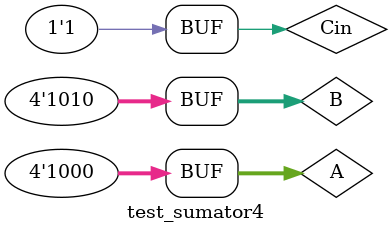
<source format=v>
module sumator4 (A,B,Cin,S,Cout);
input [3:0] A,B;
input Cin;
output reg [3:0] S;
output reg Cout;

always @(A or B or Cin) //@(*)
begin
//suma A+B+Cin <= 15 (S=1111)
if(A+B+Cin <= 15) begin
  S=A+B+Cin;
  Cout=0;
end
else begin //suma > 15
  S=A+B+Cin;
  Cout=1;
end

end
endmodule

module test_sumator4;
reg [3:0] A,B;
reg Cin;
wire [3:0] S;
wire Cout;
sumator4 SUM (A,B,Cin,S,Cout);
initial begin
  A = 8;
  B = 4;
  Cin = 1; //S=13 1101 Cout=0
  #20
  B = 10; //S=19 0011 Cout=1
end
endmodule

</source>
